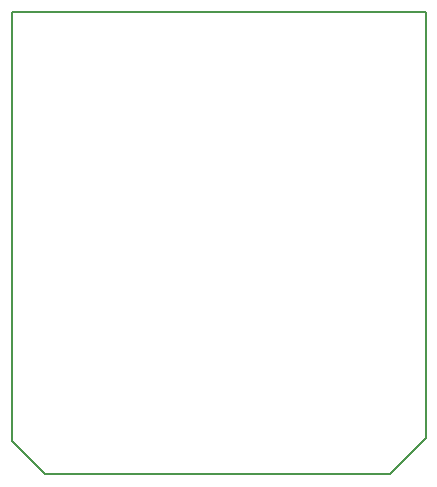
<source format=gbr>
G04 #@! TF.GenerationSoftware,KiCad,Pcbnew,(5.0.0)*
G04 #@! TF.CreationDate,2018-12-27T13:03:48-05:00*
G04 #@! TF.ProjectId,32u2-breakout,333275322D627265616B6F75742E6B69,rev?*
G04 #@! TF.SameCoordinates,Original*
G04 #@! TF.FileFunction,Profile,NP*
%FSLAX46Y46*%
G04 Gerber Fmt 4.6, Leading zero omitted, Abs format (unit mm)*
G04 Created by KiCad (PCBNEW (5.0.0)) date 12/27/18 13:03:48*
%MOMM*%
%LPD*%
G01*
G04 APERTURE LIST*
%ADD10C,0.200000*%
G04 APERTURE END LIST*
D10*
X67564000Y-29464000D02*
X32512000Y-29464000D01*
X67564000Y-29718000D02*
X67564000Y-29464000D01*
X67564000Y-30226000D02*
X67564000Y-29718000D01*
X67564000Y-65532000D02*
X67564000Y-30226000D01*
X64516000Y-68580000D02*
X67564000Y-65532000D01*
X35306000Y-68580000D02*
X64516000Y-68580000D01*
X34798000Y-68072000D02*
X35306000Y-68580000D01*
X32512000Y-65786000D02*
X34798000Y-68072000D01*
X32512000Y-29464000D02*
X32512000Y-65786000D01*
M02*

</source>
